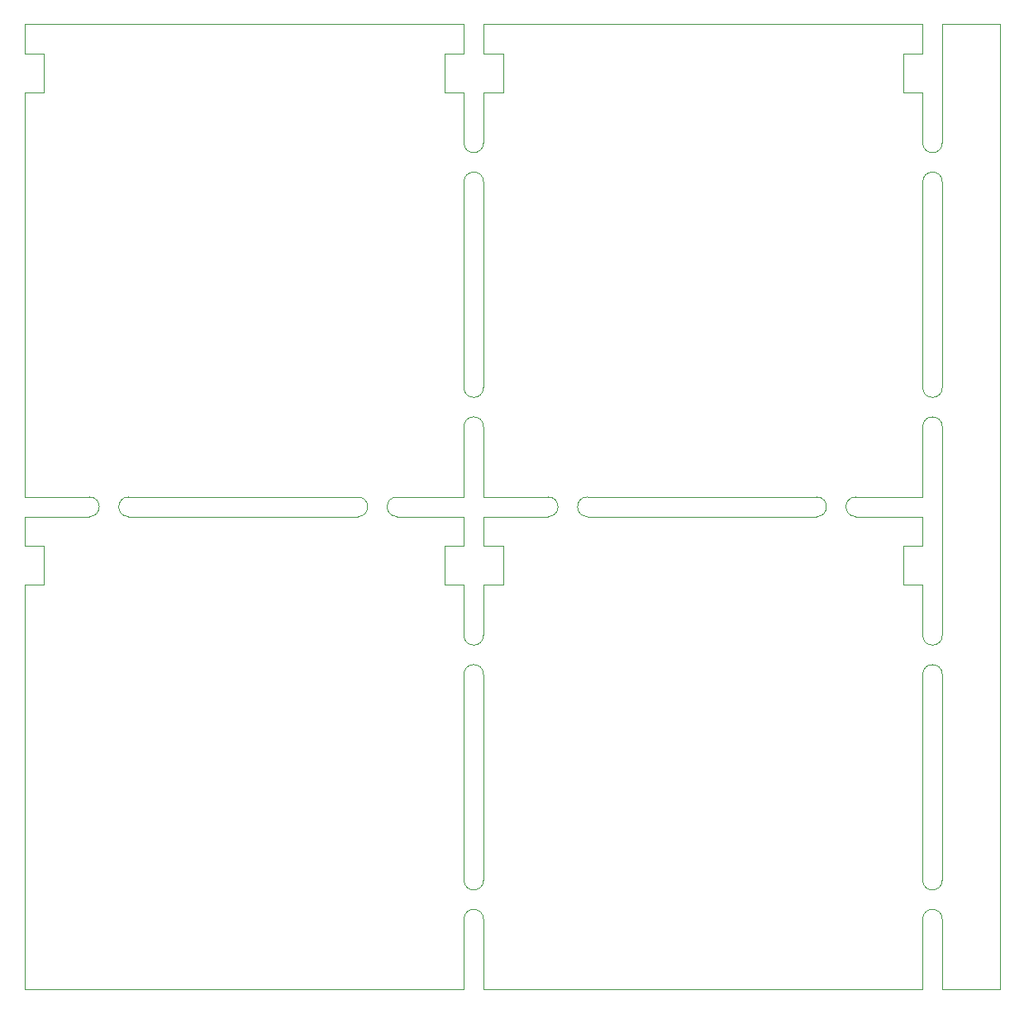
<source format=gbr>
G04 #@! TF.GenerationSoftware,KiCad,Pcbnew,(5.1.5)-3*
G04 #@! TF.CreationDate,2021-01-17T18:04:29-08:00*
G04 #@! TF.ProjectId,YamahaMSX_MiniCartridge,59616d61-6861-44d5-9358-5f4d696e6943,rev?*
G04 #@! TF.SameCoordinates,Original*
G04 #@! TF.FileFunction,Profile,NP*
%FSLAX46Y46*%
G04 Gerber Fmt 4.6, Leading zero omitted, Abs format (unit mm)*
G04 Created by KiCad (PCBNEW (5.1.5)-3) date 2021-01-17 18:04:29*
%MOMM*%
%LPD*%
G04 APERTURE LIST*
%ADD10C,0.050000*%
G04 APERTURE END LIST*
D10*
X87000000Y-120500000D02*
X132000000Y-120500000D01*
X87000000Y-79000000D02*
X89000000Y-79000000D01*
X89000000Y-79000000D02*
X89000000Y-75000000D01*
X132004400Y-84177000D02*
X132000000Y-79000000D01*
X139905000Y-21500000D02*
X139905000Y-120500000D01*
X134000000Y-120500000D02*
X139905000Y-120500000D01*
X134000000Y-21500000D02*
X139905000Y-21500000D01*
X132004400Y-109277000D02*
X132004400Y-88177000D01*
X132000000Y-120500000D02*
X132004400Y-113277000D01*
X134004400Y-84177000D02*
X134000000Y-79000000D01*
X134004400Y-84177000D02*
G75*
G02X132004400Y-84177000I-1000000J0D01*
G01*
X134004400Y-109277000D02*
X134004400Y-88177000D01*
X134004400Y-109277000D02*
G75*
G02X132004400Y-109277000I-1000000J0D01*
G01*
X134000000Y-120500000D02*
X134004400Y-113277000D01*
X132004400Y-88177000D02*
G75*
G02X134004400Y-88177000I1000000J0D01*
G01*
X132004400Y-113277000D02*
G75*
G02X134004400Y-113277000I1000000J0D01*
G01*
X134000000Y-79000000D02*
X134004400Y-62777000D01*
X132000000Y-70000000D02*
X132004400Y-62777000D01*
X134004400Y-33677000D02*
X134000000Y-21500000D01*
X132004400Y-62777000D02*
G75*
G02X134004400Y-62777000I1000000J0D01*
G01*
X132004400Y-33677000D02*
X132000000Y-28500000D01*
X134004400Y-58777000D02*
X134004400Y-37677000D01*
X132004400Y-58777000D02*
X132004400Y-37677000D01*
X134004400Y-58777000D02*
G75*
G02X132004400Y-58777000I-1000000J0D01*
G01*
X132004400Y-37677000D02*
G75*
G02X134004400Y-37677000I1000000J0D01*
G01*
X134004400Y-33677000D02*
G75*
G02X132004400Y-33677000I-1000000J0D01*
G01*
X87004400Y-109277000D02*
X87004400Y-88177000D01*
X85004400Y-109277000D02*
X85004400Y-88177000D01*
X87004400Y-84177000D02*
X87000000Y-79000000D01*
X85004400Y-84177000D02*
X85000000Y-79000000D01*
X87004400Y-58777000D02*
X87004400Y-37677000D01*
X85004400Y-58777000D02*
X85004400Y-37677000D01*
X85004400Y-33677000D02*
X85000000Y-28500000D01*
X87004400Y-33677000D02*
X87000000Y-28500000D01*
X85004400Y-113277000D02*
G75*
G02X87004400Y-113277000I1000000J0D01*
G01*
X87004400Y-109277000D02*
G75*
G02X85004400Y-109277000I-1000000J0D01*
G01*
X85004400Y-88177000D02*
G75*
G02X87004400Y-88177000I1000000J0D01*
G01*
X87004400Y-84177000D02*
G75*
G02X85004400Y-84177000I-1000000J0D01*
G01*
X85004400Y-62777000D02*
G75*
G02X87004400Y-62777000I1000000J0D01*
G01*
X87004400Y-58777000D02*
G75*
G02X85004400Y-58777000I-1000000J0D01*
G01*
X85004400Y-37677000D02*
G75*
G02X87004400Y-37677000I1000000J0D01*
G01*
X87004400Y-33677000D02*
G75*
G02X85004400Y-33677000I-1000000J0D01*
G01*
X125141000Y-71993000D02*
X132000000Y-72000000D01*
X125141000Y-69993000D02*
X132000000Y-70000000D01*
X97641000Y-71993000D02*
X121141000Y-71993000D01*
X97641000Y-69993000D02*
X121141000Y-69993000D01*
X50641000Y-71993000D02*
X74141000Y-71993000D01*
X78141000Y-71993000D02*
X85000000Y-72000000D01*
X78141000Y-69993000D02*
X85000000Y-70000000D01*
X97641000Y-71993000D02*
G75*
G02X97641000Y-69993000I0J1000000D01*
G01*
X93641000Y-69993000D02*
G75*
G02X93641000Y-71993000I0J-1000000D01*
G01*
X125141000Y-71993000D02*
G75*
G02X125141000Y-69993000I0J1000000D01*
G01*
X121141000Y-69993000D02*
G75*
G02X121141000Y-71993000I0J-1000000D01*
G01*
X78141000Y-71993000D02*
G75*
G02X78141000Y-69993000I0J1000000D01*
G01*
X74141000Y-69993000D02*
G75*
G02X74141000Y-71993000I0J-1000000D01*
G01*
X50641000Y-69993000D02*
X74141000Y-69993000D01*
X50641000Y-71993000D02*
G75*
G02X50641000Y-69993000I0J1000000D01*
G01*
X46641000Y-69993000D02*
G75*
G02X46641000Y-71993000I0J-1000000D01*
G01*
X89000000Y-75000000D02*
X87000000Y-75000000D01*
X89000000Y-24500000D02*
X87000000Y-24500000D01*
X42000000Y-75000000D02*
X40000000Y-75000000D01*
X87000000Y-70000000D02*
X93641000Y-69993000D01*
X40000000Y-120500000D02*
X85000000Y-120500000D01*
X89000000Y-28500000D02*
X89000000Y-24500000D01*
X42000000Y-79000000D02*
X42000000Y-75000000D01*
X87000000Y-120500000D02*
X87004400Y-113277000D01*
X87000000Y-70000000D02*
X87004400Y-62777000D01*
X40000000Y-120500000D02*
X40000000Y-79000000D01*
X132000000Y-79000000D02*
X130000000Y-79000000D01*
X132000000Y-28500000D02*
X130000000Y-28500000D01*
X85000000Y-79000000D02*
X83000000Y-79000000D01*
X130000000Y-79000000D02*
X130000000Y-75000000D01*
X130000000Y-28500000D02*
X130000000Y-24500000D01*
X83000000Y-79000000D02*
X83000000Y-75000000D01*
X87000000Y-75000000D02*
X87000000Y-72000000D01*
X87000000Y-24500000D02*
X87000000Y-21500000D01*
X40000000Y-75000000D02*
X40000000Y-72000000D01*
X87000000Y-28500000D02*
X89000000Y-28500000D01*
X40000000Y-79000000D02*
X42000000Y-79000000D01*
X130000000Y-75000000D02*
X132000000Y-75000000D01*
X130000000Y-24500000D02*
X132000000Y-24500000D01*
X83000000Y-75000000D02*
X85000000Y-75000000D01*
X87000000Y-72000000D02*
X93641000Y-71993000D01*
X87000000Y-21500000D02*
X132000000Y-21500000D01*
X40000000Y-72000000D02*
X46641000Y-71993000D01*
X132000000Y-75000000D02*
X132000000Y-72000000D01*
X132000000Y-24500000D02*
X132000000Y-21500000D01*
X85000000Y-75000000D02*
X85000000Y-72000000D01*
X85000000Y-120500000D02*
X85004400Y-113277000D01*
X40000000Y-21500000D02*
X85000000Y-21500000D01*
X85000000Y-24500000D02*
X85000000Y-21500000D01*
X83000000Y-24500000D02*
X85000000Y-24500000D01*
X83000000Y-28500000D02*
X83000000Y-24500000D01*
X40000000Y-24500000D02*
X40000000Y-21500000D01*
X42000000Y-24500000D02*
X40000000Y-24500000D01*
X42000000Y-28500000D02*
X42000000Y-24500000D01*
X40000000Y-28500000D02*
X42000000Y-28500000D01*
X85000000Y-28500000D02*
X83000000Y-28500000D01*
X85000000Y-70000000D02*
X85004400Y-62777000D01*
X40000000Y-70000000D02*
X40000000Y-28500000D01*
X40000000Y-70000000D02*
X46641000Y-69993000D01*
M02*

</source>
